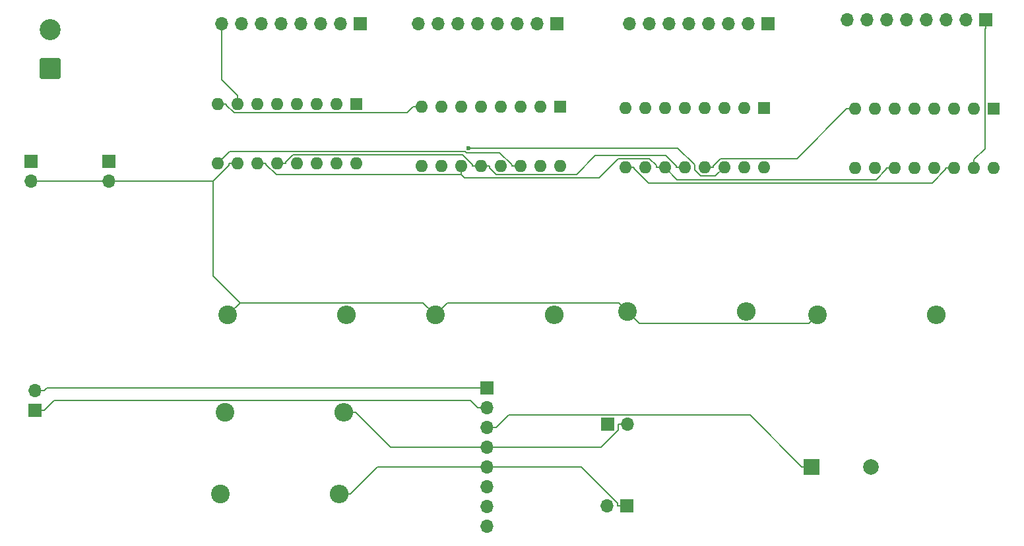
<source format=gbr>
%TF.GenerationSoftware,KiCad,Pcbnew,8.0.5*%
%TF.CreationDate,2024-09-22T19:22:41+03:00*%
%TF.ProjectId,stop_the_light_v2,73746f70-5f74-4686-955f-6c696768745f,rev?*%
%TF.SameCoordinates,Original*%
%TF.FileFunction,Copper,L1,Top*%
%TF.FilePolarity,Positive*%
%FSLAX46Y46*%
G04 Gerber Fmt 4.6, Leading zero omitted, Abs format (unit mm)*
G04 Created by KiCad (PCBNEW 8.0.5) date 2024-09-22 19:22:41*
%MOMM*%
%LPD*%
G01*
G04 APERTURE LIST*
G04 Aperture macros list*
%AMRoundRect*
0 Rectangle with rounded corners*
0 $1 Rounding radius*
0 $2 $3 $4 $5 $6 $7 $8 $9 X,Y pos of 4 corners*
0 Add a 4 corners polygon primitive as box body*
4,1,4,$2,$3,$4,$5,$6,$7,$8,$9,$2,$3,0*
0 Add four circle primitives for the rounded corners*
1,1,$1+$1,$2,$3*
1,1,$1+$1,$4,$5*
1,1,$1+$1,$6,$7*
1,1,$1+$1,$8,$9*
0 Add four rect primitives between the rounded corners*
20,1,$1+$1,$2,$3,$4,$5,0*
20,1,$1+$1,$4,$5,$6,$7,0*
20,1,$1+$1,$6,$7,$8,$9,0*
20,1,$1+$1,$8,$9,$2,$3,0*%
G04 Aperture macros list end*
%TA.AperFunction,ComponentPad*%
%ADD10C,2.400000*%
%TD*%
%TA.AperFunction,ComponentPad*%
%ADD11O,2.400000X2.400000*%
%TD*%
%TA.AperFunction,ComponentPad*%
%ADD12R,1.700000X1.700000*%
%TD*%
%TA.AperFunction,ComponentPad*%
%ADD13O,1.700000X1.700000*%
%TD*%
%TA.AperFunction,ComponentPad*%
%ADD14R,1.600000X1.600000*%
%TD*%
%TA.AperFunction,ComponentPad*%
%ADD15O,1.600000X1.600000*%
%TD*%
%TA.AperFunction,ComponentPad*%
%ADD16R,2.000000X2.000000*%
%TD*%
%TA.AperFunction,ComponentPad*%
%ADD17C,2.000000*%
%TD*%
%TA.AperFunction,ComponentPad*%
%ADD18RoundRect,0.250001X1.099999X-1.099999X1.099999X1.099999X-1.099999X1.099999X-1.099999X-1.099999X0*%
%TD*%
%TA.AperFunction,ComponentPad*%
%ADD19C,2.700000*%
%TD*%
%TA.AperFunction,ViaPad*%
%ADD20C,0.600000*%
%TD*%
%TA.AperFunction,Conductor*%
%ADD21C,0.200000*%
%TD*%
G04 APERTURE END LIST*
D10*
%TO.P,R3,1*%
%TO.N,+5V*%
X121500000Y-112000000D03*
D11*
%TO.P,R3,2*%
%TO.N,Net-(U4-VCC)*%
X136740000Y-112000000D03*
%TD*%
D12*
%TO.P,J9,1,Pin_1*%
%TO.N,Net-(J7-Pin_2)*%
X45500000Y-124775000D03*
D13*
%TO.P,J9,2,Pin_2*%
%TO.N,Net-(J7-Pin_1)*%
X45500000Y-122235000D03*
%TD*%
D12*
%TO.P,switchA1,1,Pin_1*%
%TO.N,GND*%
X118960000Y-126500000D03*
D13*
%TO.P,switchA1,2,Pin_2*%
%TO.N,Net-(J7-Pin_4)*%
X121500000Y-126500000D03*
%TD*%
D14*
%TO.P,U5,1,QB*%
%TO.N,Net-(J4-Pin_2)*%
X168540000Y-86000000D03*
D15*
%TO.P,U5,2,QC*%
%TO.N,Net-(J4-Pin_3)*%
X166000000Y-86000000D03*
%TO.P,U5,3,QD*%
%TO.N,Net-(J4-Pin_4)*%
X163460000Y-86000000D03*
%TO.P,U5,4,QE*%
%TO.N,Net-(J4-Pin_5)*%
X160920000Y-86000000D03*
%TO.P,U5,5,QF*%
%TO.N,Net-(J4-Pin_6)*%
X158380000Y-86000000D03*
%TO.P,U5,6,QG*%
%TO.N,Net-(J4-Pin_7)*%
X155840000Y-86000000D03*
%TO.P,U5,7,QH*%
%TO.N,Net-(J4-Pin_8)*%
X153300000Y-86000000D03*
%TO.P,U5,8,GND*%
%TO.N,GND*%
X150760000Y-86000000D03*
%TO.P,U5,9,QH'*%
%TO.N,unconnected-(U5-QH'-Pad9)*%
X150760000Y-93620000D03*
%TO.P,U5,10,~{SRCLR}*%
%TO.N,+5V*%
X153300000Y-93620000D03*
%TO.P,U5,11,SRCLK*%
%TO.N,Net-(J7-Pin_7)*%
X155840000Y-93620000D03*
%TO.P,U5,12,RCLK*%
%TO.N,Net-(J7-Pin_6)*%
X158380000Y-93620000D03*
%TO.P,U5,13,~{OE}*%
%TO.N,GND*%
X160920000Y-93620000D03*
%TO.P,U5,14,SER*%
%TO.N,Net-(U4-QH')*%
X163460000Y-93620000D03*
%TO.P,U5,15,QA*%
%TO.N,Net-(J4-Pin_1)*%
X166000000Y-93620000D03*
%TO.P,U5,16,VCC*%
%TO.N,Net-(U5-VCC)*%
X168540000Y-93620000D03*
%TD*%
D12*
%TO.P,switchB1,1,Pin_1*%
%TO.N,Net-(J7-Pin_5)*%
X121460000Y-137000000D03*
D13*
%TO.P,switchB1,2,Pin_2*%
%TO.N,GND*%
X118920000Y-137000000D03*
%TD*%
D10*
%TO.P,R5,1*%
%TO.N,+5V*%
X69880000Y-125000000D03*
D11*
%TO.P,R5,2*%
%TO.N,Net-(J7-Pin_4)*%
X85120000Y-125000000D03*
%TD*%
D12*
%TO.P,J4,1,Pin_1*%
%TO.N,Net-(J4-Pin_1)*%
X167500000Y-74500000D03*
D13*
%TO.P,J4,2,Pin_2*%
%TO.N,Net-(J4-Pin_2)*%
X164960000Y-74500000D03*
%TO.P,J4,3,Pin_3*%
%TO.N,Net-(J4-Pin_3)*%
X162420000Y-74500000D03*
%TO.P,J4,4,Pin_4*%
%TO.N,Net-(J4-Pin_4)*%
X159880000Y-74500000D03*
%TO.P,J4,5,Pin_5*%
%TO.N,Net-(J4-Pin_5)*%
X157340000Y-74500000D03*
%TO.P,J4,6,Pin_6*%
%TO.N,Net-(J4-Pin_6)*%
X154800000Y-74500000D03*
%TO.P,J4,7,Pin_7*%
%TO.N,Net-(J4-Pin_7)*%
X152260000Y-74500000D03*
%TO.P,J4,8,Pin_8*%
%TO.N,Net-(J4-Pin_8)*%
X149720000Y-74500000D03*
%TD*%
D14*
%TO.P,U1,1,QB*%
%TO.N,Net-(J1-Pin_2)*%
X86780000Y-85380000D03*
D15*
%TO.P,U1,2,QC*%
%TO.N,Net-(J1-Pin_3)*%
X84240000Y-85380000D03*
%TO.P,U1,3,QD*%
%TO.N,Net-(J1-Pin_4)*%
X81700000Y-85380000D03*
%TO.P,U1,4,QE*%
%TO.N,Net-(J1-Pin_5)*%
X79160000Y-85380000D03*
%TO.P,U1,5,QF*%
%TO.N,Net-(J1-Pin_6)*%
X76620000Y-85380000D03*
%TO.P,U1,6,QG*%
%TO.N,Net-(J1-Pin_7)*%
X74080000Y-85380000D03*
%TO.P,U1,7,QH*%
%TO.N,Net-(J1-Pin_8)*%
X71540000Y-85380000D03*
%TO.P,U1,8,GND*%
%TO.N,GND*%
X69000000Y-85380000D03*
%TO.P,U1,9,QH'*%
%TO.N,Net-(U1-QH')*%
X69000000Y-93000000D03*
%TO.P,U1,10,~{SRCLR}*%
%TO.N,+5V*%
X71540000Y-93000000D03*
%TO.P,U1,11,SRCLK*%
%TO.N,Net-(J7-Pin_7)*%
X74080000Y-93000000D03*
%TO.P,U1,12,RCLK*%
%TO.N,Net-(J7-Pin_6)*%
X76620000Y-93000000D03*
%TO.P,U1,13,~{OE}*%
%TO.N,GND*%
X79160000Y-93000000D03*
%TO.P,U1,14,SER*%
%TO.N,Net-(J7-Pin_8)*%
X81700000Y-93000000D03*
%TO.P,U1,15,QA*%
%TO.N,Net-(J1-Pin_1)*%
X84240000Y-93000000D03*
%TO.P,U1,16,VCC*%
%TO.N,Net-(U1-VCC)*%
X86780000Y-93000000D03*
%TD*%
D14*
%TO.P,U4,1,QB*%
%TO.N,Net-(J3-Pin_2)*%
X139040000Y-85880000D03*
D15*
%TO.P,U4,2,QC*%
%TO.N,Net-(J3-Pin_3)*%
X136500000Y-85880000D03*
%TO.P,U4,3,QD*%
%TO.N,Net-(J3-Pin_4)*%
X133960000Y-85880000D03*
%TO.P,U4,4,QE*%
%TO.N,Net-(J3-Pin_5)*%
X131420000Y-85880000D03*
%TO.P,U4,5,QF*%
%TO.N,Net-(J3-Pin_6)*%
X128880000Y-85880000D03*
%TO.P,U4,6,QG*%
%TO.N,Net-(J3-Pin_7)*%
X126340000Y-85880000D03*
%TO.P,U4,7,QH*%
%TO.N,Net-(J3-Pin_8)*%
X123800000Y-85880000D03*
%TO.P,U4,8,GND*%
%TO.N,GND*%
X121260000Y-85880000D03*
%TO.P,U4,9,QH'*%
%TO.N,Net-(U4-QH')*%
X121260000Y-93500000D03*
%TO.P,U4,10,~{SRCLR}*%
%TO.N,+5V*%
X123800000Y-93500000D03*
%TO.P,U4,11,SRCLK*%
%TO.N,Net-(J7-Pin_7)*%
X126340000Y-93500000D03*
%TO.P,U4,12,RCLK*%
%TO.N,Net-(J7-Pin_6)*%
X128880000Y-93500000D03*
%TO.P,U4,13,~{OE}*%
%TO.N,GND*%
X131420000Y-93500000D03*
%TO.P,U4,14,SER*%
%TO.N,Net-(U2-QH')*%
X133960000Y-93500000D03*
%TO.P,U4,15,QA*%
%TO.N,Net-(J3-Pin_1)*%
X136500000Y-93500000D03*
%TO.P,U4,16,VCC*%
%TO.N,Net-(U4-VCC)*%
X139040000Y-93500000D03*
%TD*%
D14*
%TO.P,U2,1,QB*%
%TO.N,Net-(J2-Pin_2)*%
X112900000Y-85700000D03*
D15*
%TO.P,U2,2,QC*%
%TO.N,Net-(J2-Pin_3)*%
X110360000Y-85700000D03*
%TO.P,U2,3,QD*%
%TO.N,Net-(J2-Pin_4)*%
X107820000Y-85700000D03*
%TO.P,U2,4,QE*%
%TO.N,Net-(J2-Pin_5)*%
X105280000Y-85700000D03*
%TO.P,U2,5,QF*%
%TO.N,Net-(J2-Pin_6)*%
X102740000Y-85700000D03*
%TO.P,U2,6,QG*%
%TO.N,Net-(J2-Pin_7)*%
X100200000Y-85700000D03*
%TO.P,U2,7,QH*%
%TO.N,Net-(J2-Pin_8)*%
X97660000Y-85700000D03*
%TO.P,U2,8,GND*%
%TO.N,GND*%
X95120000Y-85700000D03*
%TO.P,U2,9,QH'*%
%TO.N,Net-(U2-QH')*%
X95120000Y-93320000D03*
%TO.P,U2,10,~{SRCLR}*%
%TO.N,+5V*%
X97660000Y-93320000D03*
%TO.P,U2,11,SRCLK*%
%TO.N,Net-(J7-Pin_7)*%
X100200000Y-93320000D03*
%TO.P,U2,12,RCLK*%
%TO.N,Net-(J7-Pin_6)*%
X102740000Y-93320000D03*
%TO.P,U2,13,~{OE}*%
%TO.N,GND*%
X105280000Y-93320000D03*
%TO.P,U2,14,SER*%
%TO.N,Net-(U1-QH')*%
X107820000Y-93320000D03*
%TO.P,U2,15,QA*%
%TO.N,Net-(J2-Pin_1)*%
X110360000Y-93320000D03*
%TO.P,U2,16,VCC*%
%TO.N,Net-(U2-VCC)*%
X112900000Y-93320000D03*
%TD*%
D12*
%TO.P,J1,1,Pin_1*%
%TO.N,Net-(J1-Pin_1)*%
X87240000Y-75000000D03*
D13*
%TO.P,J1,2,Pin_2*%
%TO.N,Net-(J1-Pin_2)*%
X84700000Y-75000000D03*
%TO.P,J1,3,Pin_3*%
%TO.N,Net-(J1-Pin_3)*%
X82160000Y-75000000D03*
%TO.P,J1,4,Pin_4*%
%TO.N,Net-(J1-Pin_4)*%
X79620000Y-75000000D03*
%TO.P,J1,5,Pin_5*%
%TO.N,Net-(J1-Pin_5)*%
X77080000Y-75000000D03*
%TO.P,J1,6,Pin_6*%
%TO.N,Net-(J1-Pin_6)*%
X74540000Y-75000000D03*
%TO.P,J1,7,Pin_7*%
%TO.N,Net-(J1-Pin_7)*%
X72000000Y-75000000D03*
%TO.P,J1,8,Pin_8*%
%TO.N,Net-(J1-Pin_8)*%
X69460000Y-75000000D03*
%TD*%
D10*
%TO.P,R6,1*%
%TO.N,+5V*%
X69260000Y-135500000D03*
D11*
%TO.P,R6,2*%
%TO.N,Net-(J7-Pin_5)*%
X84500000Y-135500000D03*
%TD*%
D10*
%TO.P,R2,1*%
%TO.N,+5V*%
X96880000Y-112500000D03*
D11*
%TO.P,R2,2*%
%TO.N,Net-(U2-VCC)*%
X112120000Y-112500000D03*
%TD*%
D12*
%TO.P,powerSocket2,1,Pin_1*%
%TO.N,GND*%
X55000000Y-92725000D03*
D13*
%TO.P,powerSocket2,2,Pin_2*%
%TO.N,+5V*%
X55000000Y-95265000D03*
%TD*%
D12*
%TO.P,J2,1,Pin_1*%
%TO.N,Net-(J2-Pin_1)*%
X112500000Y-75000000D03*
D13*
%TO.P,J2,2,Pin_2*%
%TO.N,Net-(J2-Pin_2)*%
X109960000Y-75000000D03*
%TO.P,J2,3,Pin_3*%
%TO.N,Net-(J2-Pin_3)*%
X107420000Y-75000000D03*
%TO.P,J2,4,Pin_4*%
%TO.N,Net-(J2-Pin_4)*%
X104880000Y-75000000D03*
%TO.P,J2,5,Pin_5*%
%TO.N,Net-(J2-Pin_5)*%
X102340000Y-75000000D03*
%TO.P,J2,6,Pin_6*%
%TO.N,Net-(J2-Pin_6)*%
X99800000Y-75000000D03*
%TO.P,J2,7,Pin_7*%
%TO.N,Net-(J2-Pin_7)*%
X97260000Y-75000000D03*
%TO.P,J2,8,Pin_8*%
%TO.N,Net-(J2-Pin_8)*%
X94720000Y-75000000D03*
%TD*%
D10*
%TO.P,R4,1*%
%TO.N,+5V*%
X145880000Y-112500000D03*
D11*
%TO.P,R4,2*%
%TO.N,Net-(U5-VCC)*%
X161120000Y-112500000D03*
%TD*%
D16*
%TO.P,BZ1,1,+*%
%TO.N,Net-(BZ1-+)*%
X145200000Y-132000000D03*
D17*
%TO.P,BZ1,2,-*%
%TO.N,GND*%
X152800000Y-132000000D03*
%TD*%
D12*
%TO.P,J7,1,Pin_1*%
%TO.N,Net-(J7-Pin_1)*%
X103500000Y-121880000D03*
D13*
%TO.P,J7,2,Pin_2*%
%TO.N,Net-(J7-Pin_2)*%
X103500000Y-124420000D03*
%TO.P,J7,3,Pin_3*%
%TO.N,Net-(BZ1-+)*%
X103500000Y-126960000D03*
%TO.P,J7,4,Pin_4*%
%TO.N,Net-(J7-Pin_4)*%
X103500000Y-129500000D03*
%TO.P,J7,5,Pin_5*%
%TO.N,Net-(J7-Pin_5)*%
X103500000Y-132040000D03*
%TO.P,J7,6,Pin_6*%
%TO.N,Net-(J7-Pin_6)*%
X103500000Y-134580000D03*
%TO.P,J7,7,Pin_7*%
%TO.N,Net-(J7-Pin_7)*%
X103500000Y-137120000D03*
%TO.P,J7,8,Pin_8*%
%TO.N,Net-(J7-Pin_8)*%
X103500000Y-139660000D03*
%TD*%
D12*
%TO.P,J3,1,Pin_1*%
%TO.N,Net-(J3-Pin_1)*%
X139540000Y-75000000D03*
D13*
%TO.P,J3,2,Pin_2*%
%TO.N,Net-(J3-Pin_2)*%
X137000000Y-75000000D03*
%TO.P,J3,3,Pin_3*%
%TO.N,Net-(J3-Pin_3)*%
X134460000Y-75000000D03*
%TO.P,J3,4,Pin_4*%
%TO.N,Net-(J3-Pin_4)*%
X131920000Y-75000000D03*
%TO.P,J3,5,Pin_5*%
%TO.N,Net-(J3-Pin_5)*%
X129380000Y-75000000D03*
%TO.P,J3,6,Pin_6*%
%TO.N,Net-(J3-Pin_6)*%
X126840000Y-75000000D03*
%TO.P,J3,7,Pin_7*%
%TO.N,Net-(J3-Pin_7)*%
X124300000Y-75000000D03*
%TO.P,J3,8,Pin_8*%
%TO.N,Net-(J3-Pin_8)*%
X121760000Y-75000000D03*
%TD*%
D10*
%TO.P,R1,1*%
%TO.N,+5V*%
X70260000Y-112500000D03*
D11*
%TO.P,R1,2*%
%TO.N,Net-(U1-VCC)*%
X85500000Y-112500000D03*
%TD*%
D18*
%TO.P,powerSocket1,1,Pin_1*%
%TO.N,GND*%
X47450000Y-80777500D03*
D19*
%TO.P,powerSocket1,2,Pin_2*%
%TO.N,Net-(powerSocket1-Pin_2)*%
X47450000Y-75777500D03*
%TD*%
D12*
%TO.P,powerSwitch1,1,Pin_1*%
%TO.N,Net-(powerSocket1-Pin_2)*%
X45000000Y-92725000D03*
D13*
%TO.P,powerSwitch1,2,Pin_2*%
%TO.N,+5V*%
X45000000Y-95265000D03*
%TD*%
D20*
%TO.N,Net-(U2-QH')*%
X101124400Y-91010700D03*
%TD*%
D21*
%TO.N,Net-(J7-Pin_5)*%
X89461700Y-132040000D02*
X86001700Y-135500000D01*
X103500000Y-132040000D02*
X89461700Y-132040000D01*
X84500000Y-135500000D02*
X86001700Y-135500000D01*
X115636300Y-132040000D02*
X104651700Y-132040000D01*
X120308300Y-136712000D02*
X115636300Y-132040000D01*
X120308300Y-137000000D02*
X120308300Y-136712000D01*
X121460000Y-137000000D02*
X120308300Y-137000000D01*
X103500000Y-132040000D02*
X104651700Y-132040000D01*
%TO.N,Net-(U4-QH')*%
X121260000Y-93500000D02*
X122361700Y-93500000D01*
X163460000Y-93620000D02*
X162358300Y-93620000D01*
X162358300Y-93757700D02*
X162358300Y-93620000D01*
X160615900Y-95500100D02*
X162358300Y-93757700D01*
X124224000Y-95500100D02*
X160615900Y-95500100D01*
X122361700Y-93637800D02*
X124224000Y-95500100D01*
X122361700Y-93500000D02*
X122361700Y-93637800D01*
%TO.N,Net-(U2-QH')*%
X127964600Y-91010700D02*
X101124400Y-91010700D01*
X130150000Y-93196100D02*
X127964600Y-91010700D01*
X130150000Y-93859200D02*
X130150000Y-93196100D01*
X130925200Y-94634400D02*
X130150000Y-93859200D01*
X132825600Y-94634400D02*
X130925200Y-94634400D01*
X133960000Y-93500000D02*
X132825600Y-94634400D01*
%TO.N,Net-(U1-QH')*%
X107820000Y-93320000D02*
X106718300Y-93320000D01*
X106718300Y-93182300D02*
X106718300Y-93320000D01*
X105148400Y-91612400D02*
X106718300Y-93182300D01*
X100875300Y-91612400D02*
X105148400Y-91612400D01*
X100749900Y-91487000D02*
X100875300Y-91612400D01*
X70513000Y-91487000D02*
X100749900Y-91487000D01*
X69000000Y-93000000D02*
X70513000Y-91487000D01*
%TO.N,+5V*%
X71540000Y-93000000D02*
X70438300Y-93000000D01*
X45000000Y-95265000D02*
X55000000Y-95265000D01*
X120450800Y-110950800D02*
X121500000Y-112000000D01*
X98429200Y-110950800D02*
X120450800Y-110950800D01*
X96880000Y-112500000D02*
X98429200Y-110950800D01*
X144853600Y-113526400D02*
X145880000Y-112500000D01*
X123026400Y-113526400D02*
X144853600Y-113526400D01*
X121500000Y-112000000D02*
X123026400Y-113526400D01*
X70260000Y-112500000D02*
X71851400Y-110908600D01*
X95288600Y-110908600D02*
X96880000Y-112500000D01*
X71851400Y-110908600D02*
X95288600Y-110908600D01*
X68401600Y-107458800D02*
X71851400Y-110908600D01*
X68401600Y-95265000D02*
X68401600Y-107458800D01*
X55000000Y-95265000D02*
X68401600Y-95265000D01*
X70438300Y-93228300D02*
X70438300Y-93000000D01*
X68401600Y-95265000D02*
X70438300Y-93228300D01*
%TO.N,Net-(J7-Pin_7)*%
X100200000Y-93320000D02*
X100200000Y-94421700D01*
X74080000Y-93000000D02*
X75181700Y-93000000D01*
X155840000Y-93620000D02*
X154738300Y-93620000D01*
X126340000Y-93500000D02*
X125238300Y-93500000D01*
X76465700Y-94421700D02*
X100200000Y-94421700D01*
X75181700Y-93137700D02*
X76465700Y-94421700D01*
X75181700Y-93000000D02*
X75181700Y-93137700D01*
X125238300Y-93271700D02*
X125238300Y-93500000D01*
X124361800Y-92395200D02*
X125238300Y-93271700D01*
X120327600Y-92395200D02*
X124361800Y-92395200D01*
X117877900Y-94844900D02*
X120327600Y-92395200D01*
X100623200Y-94844900D02*
X117877900Y-94844900D01*
X100200000Y-94421700D02*
X100623200Y-94844900D01*
X154738300Y-93757700D02*
X154738300Y-93620000D01*
X153425700Y-95070300D02*
X154738300Y-93757700D01*
X127910300Y-95070300D02*
X153425700Y-95070300D01*
X126340000Y-93500000D02*
X127910300Y-95070300D01*
%TO.N,Net-(J7-Pin_6)*%
X102740000Y-93320000D02*
X101638300Y-93320000D01*
X76620000Y-93000000D02*
X77721700Y-93000000D01*
X128880000Y-93500000D02*
X127778300Y-93500000D01*
X102740000Y-93320000D02*
X103841700Y-93320000D01*
X101638300Y-93182300D02*
X101638300Y-93320000D01*
X100344700Y-91888700D02*
X101638300Y-93182300D01*
X78627500Y-91888700D02*
X100344700Y-91888700D01*
X77721700Y-92794500D02*
X78627500Y-91888700D01*
X77721700Y-93000000D02*
X77721700Y-92794500D01*
X127778300Y-93362300D02*
X127778300Y-93500000D01*
X126408200Y-91992200D02*
X127778300Y-93362300D01*
X117416600Y-91992200D02*
X126408200Y-91992200D01*
X114977100Y-94431700D02*
X117416600Y-91992200D01*
X104725100Y-94431700D02*
X114977100Y-94431700D01*
X103841700Y-93548300D02*
X104725100Y-94431700D01*
X103841700Y-93320000D02*
X103841700Y-93548300D01*
%TO.N,Net-(J7-Pin_2)*%
X101392900Y-123464600D02*
X102348300Y-124420000D01*
X47962100Y-123464600D02*
X101392900Y-123464600D01*
X46651700Y-124775000D02*
X47962100Y-123464600D01*
X45500000Y-124775000D02*
X46651700Y-124775000D01*
X103500000Y-124420000D02*
X102348300Y-124420000D01*
%TO.N,Net-(J7-Pin_1)*%
X47006700Y-121880000D02*
X46651700Y-122235000D01*
X103500000Y-121880000D02*
X47006700Y-121880000D01*
X45500000Y-122235000D02*
X46651700Y-122235000D01*
%TO.N,Net-(J7-Pin_4)*%
X91121700Y-129500000D02*
X86621700Y-125000000D01*
X103500000Y-129500000D02*
X91121700Y-129500000D01*
X85120000Y-125000000D02*
X86621700Y-125000000D01*
X118140100Y-129500000D02*
X103500000Y-129500000D01*
X120348300Y-127291800D02*
X118140100Y-129500000D01*
X120348300Y-126500000D02*
X120348300Y-127291800D01*
X121500000Y-126500000D02*
X120348300Y-126500000D01*
%TO.N,Net-(J4-Pin_1)*%
X167411600Y-91106700D02*
X166000000Y-92518300D01*
X167411600Y-75740100D02*
X167411600Y-91106700D01*
X167500000Y-75651700D02*
X167411600Y-75740100D01*
X167500000Y-74500000D02*
X167500000Y-75651700D01*
X166000000Y-93620000D02*
X166000000Y-92518300D01*
%TO.N,Net-(J1-Pin_8)*%
X69460000Y-82198300D02*
X71540000Y-84278300D01*
X69460000Y-75000000D02*
X69460000Y-82198300D01*
X71540000Y-85380000D02*
X71540000Y-84278300D01*
%TO.N,GND*%
X143260000Y-92398300D02*
X149658300Y-86000000D01*
X133485600Y-92398300D02*
X143260000Y-92398300D01*
X132521700Y-93362200D02*
X133485600Y-92398300D01*
X132521700Y-93500000D02*
X132521700Y-93362200D01*
X131420000Y-93500000D02*
X132521700Y-93500000D01*
X150760000Y-86000000D02*
X149658300Y-86000000D01*
X93236600Y-86481700D02*
X94018300Y-85700000D01*
X71065600Y-86481700D02*
X93236600Y-86481700D01*
X70101700Y-85517800D02*
X71065600Y-86481700D01*
X70101700Y-85380000D02*
X70101700Y-85517800D01*
X69000000Y-85380000D02*
X70101700Y-85380000D01*
X95120000Y-85700000D02*
X94018300Y-85700000D01*
%TO.N,Net-(BZ1-+)*%
X137243800Y-125345500D02*
X143898300Y-132000000D01*
X106266200Y-125345500D02*
X137243800Y-125345500D01*
X104651700Y-126960000D02*
X106266200Y-125345500D01*
X103500000Y-126960000D02*
X104651700Y-126960000D01*
X145200000Y-132000000D02*
X143898300Y-132000000D01*
%TD*%
M02*

</source>
